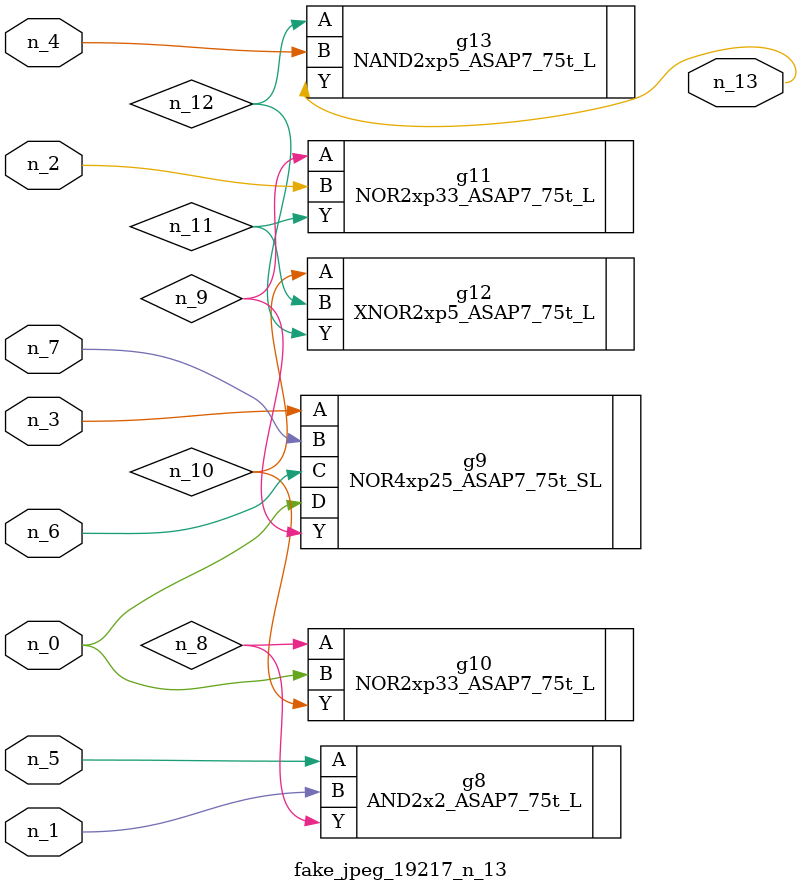
<source format=v>
module fake_jpeg_19217_n_13 (n_3, n_2, n_1, n_0, n_4, n_6, n_5, n_7, n_13);

input n_3;
input n_2;
input n_1;
input n_0;
input n_4;
input n_6;
input n_5;
input n_7;

output n_13;

wire n_11;
wire n_10;
wire n_12;
wire n_8;
wire n_9;

AND2x2_ASAP7_75t_L g8 ( 
.A(n_5),
.B(n_1),
.Y(n_8)
);

NOR4xp25_ASAP7_75t_SL g9 ( 
.A(n_3),
.B(n_7),
.C(n_6),
.D(n_0),
.Y(n_9)
);

NOR2xp33_ASAP7_75t_L g10 ( 
.A(n_8),
.B(n_0),
.Y(n_10)
);

XNOR2xp5_ASAP7_75t_L g12 ( 
.A(n_10),
.B(n_11),
.Y(n_12)
);

NOR2xp33_ASAP7_75t_L g11 ( 
.A(n_9),
.B(n_2),
.Y(n_11)
);

NAND2xp5_ASAP7_75t_L g13 ( 
.A(n_12),
.B(n_4),
.Y(n_13)
);


endmodule
</source>
